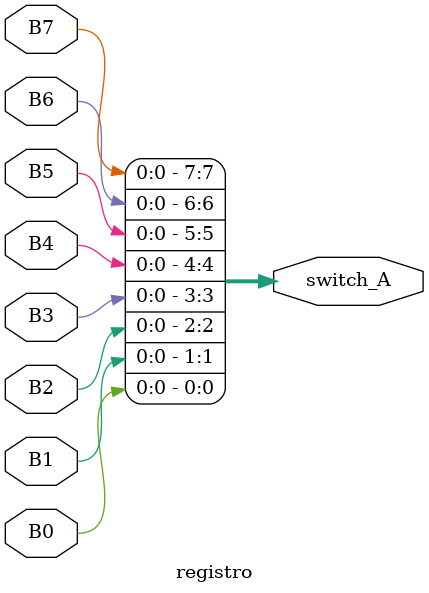
<source format=sv>
`timescale 1ns / 1ps

module registro(
    
    input logic B0,
    input logic B1,
    input logic B2,
    input logic B3,
    input logic B4,
    input logic B5,
    input logic B6,
    input logic B7,
    output logic [7:0]switch_A 
       );
    
assign switch_A[0] = B0;
assign switch_A[1] = B1;
assign switch_A[2] = B2;
assign switch_A[3] = B3;
assign switch_A[4] = B4;
assign switch_A[5] = B5;
assign switch_A[6] = B6;
assign switch_A[7] = B7;

endmodule






</source>
